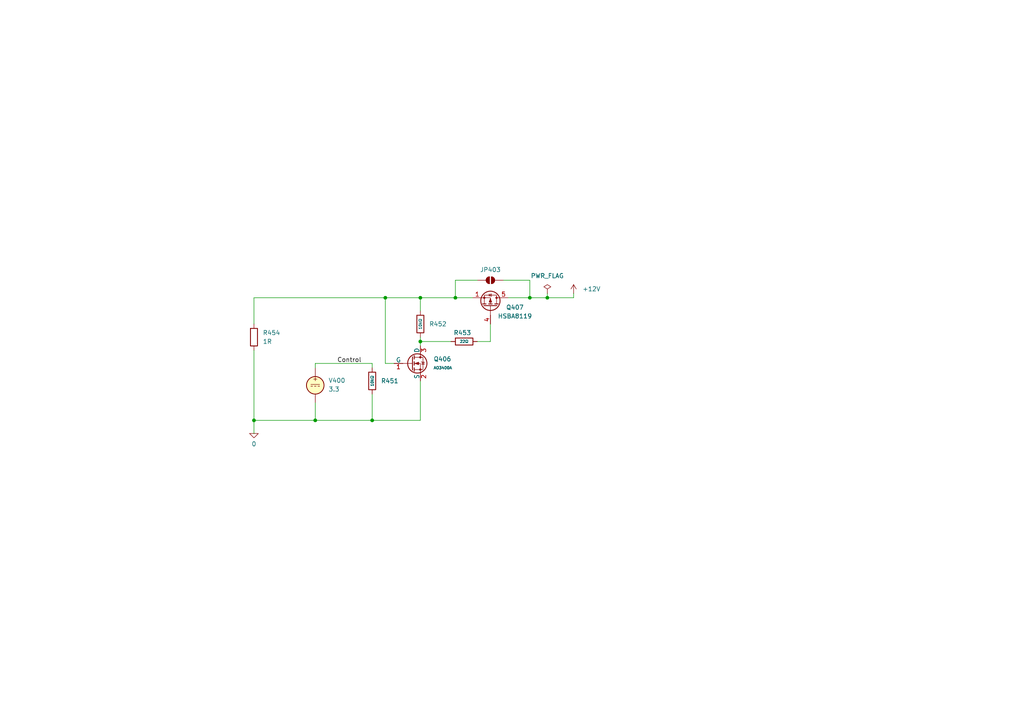
<source format=kicad_sch>
(kicad_sch (version 20250114) (generator "eeschema") (generator_version "9.0")
  (paper "A4")
  (lib_symbols
    (symbol "0402,10kΩ_1" (pin_numbers (hide yes)) (pin_names (offset 0))
      (property "Reference" "R" (at 1.778 0 0))
      (property "Value" "10kΩ" (at 0 0 90))
      (symbol "0402,10kΩ_1_0_1"
        (rectangle (start -1.016 2.54) (end 1.016 -2.54) (stroke (width 0.254)))
      )
      (symbol "0402,10kΩ_1_1_1"
        (pin passive line (at 0 3.81 270) (length 1.27) (name "~") (number "1"))
        (pin passive line (at 0 -3.81 90) (length 1.27) (name "~") (number "2"))
      )
    )
    (symbol "Device:R" (pin_numbers (hide yes)) (pin_names (offset 0))
      (property "Reference" "R" (at 2.032 0 90))
      (property "Value" "R" (at 0 0 90))
      (symbol "R_0_1"
        (rectangle (start -1.016 -2.54) (end 1.016 2.54) (stroke (width 0.254)))
      )
      (symbol "R_1_1"
        (pin passive line (at 0 3.81 270) (length 1.27) (name "~") (number "1"))
        (pin passive line (at 0 -3.81 90) (length 1.27) (name "~") (number "2"))
      )
    )
    (symbol "Jumper:SolderJumper_2_Open" (pin_numbers (hide yes)) (pin_names (offset 0) (hide yes)) (in_bom no)
      (property "Reference" "JP" (at 0 2.032 0))
      (property "Value" "SolderJumper_2_Open" (at 0 -2.54 0))
      (symbol "SolderJumper_2_Open_0_1"
        (polyline (pts (xy -0.254 1.016) (xy -0.254 -1.016)))
        (arc (start -0.254 -1.016) (mid -1.2656 0) (end -0.254 1.016))
        (arc (start -0.254 -1.016) (mid -1.2656 0) (end -0.254 1.016) (fill (type outline)))
        (arc (start 0.254 1.016) (mid 1.2656 0) (end 0.254 -1.016))
        (arc (start 0.254 1.016) (mid 1.2656 0) (end 0.254 -1.016) (fill (type outline)))
        (polyline (pts (xy 0.254 1.016) (xy 0.254 -1.016)))
      )
      (symbol "SolderJumper_2_Open_1_1"
        (pin passive line (at -3.81 0 0) (length 2.54) (name "A") (number "1"))
        (pin passive line (at 3.81 0 180) (length 2.54) (name "B") (number "2"))
      )
    )
    (symbol "MCAC80P06YHE3:MCAC80P06YHE3"
      (property "Reference" "Q" (at 0 5.08 0))
      (property "Value" "HSBA8119" (at 0 3.048 0))
      (symbol "MCAC80P06YHE3_0_1"
        (polyline (pts (xy -2.54 0) (xy -1.778 0)))
        (polyline (pts (xy -2.286 -1.778) (xy -1.27 -1.778)) (stroke (width 0.254)))
        (polyline (pts (xy -1.905 -2.286) (xy 1.905 -2.286)) (stroke (width 0.254)))
        (circle (center -1.778 0) (radius 0.254) (fill (type outline)))
        (polyline (pts (xy -1.778 -1.778) (xy -1.778 0.762) (xy 1.778 0.762) (xy 1.778 -1.778)))
        (polyline (pts (xy -0.508 -1.778) (xy 0.508 -1.778)) (stroke (width 0.254)))
        (polyline (pts (xy 0 -0.254) (xy -0.381 -1.27) (xy 0.381 -1.27) (xy 0 -0.254)) (fill (type outline)))
        (circle (center 0 -0.889) (radius 2.794) (stroke (width 0.254)))
        (polyline (pts (xy 0 -2.286) (xy 0 -5.08)))
        (polyline (pts (xy 0.381 0.762) (xy -0.254 0.381) (xy -0.254 1.143) (xy 0.381 0.762)))
        (polyline (pts (xy 0.381 0.381) (xy 0.381 1.143)))
        (polyline (pts (xy 1.27 -1.778) (xy 2.286 -1.778)) (stroke (width 0.254)))
        (circle (center 1.778 0) (radius 0.254) (fill (type outline)))
        (polyline (pts (xy 2.54 0) (xy 0 0) (xy 0 -1.778)))
      )
      (symbol "MCAC80P06YHE3_1_0"
        (pin passive line (at -5.08 0 0) (length 2.54) (name "") (number "5"))
        (pin passive line (at -5.08 0 0) (length 2.54) (hide yes) (name "") (number "6"))
        (pin passive line (at -5.08 0 0) (length 2.54) (hide yes) (name "") (number "7"))
        (pin passive line (at -5.08 0 0) (length 2.54) (hide yes) (name "") (number "8"))
        (pin passive line (at -5.08 0 0) (length 2.54) (hide yes) (name "") (number "9"))
        (pin input line (at 0 -7.62 90) (length 2.54) (name "") (number "4"))
      )
      (symbol "MCAC80P06YHE3_1_1"
        (pin passive line (at 5.08 0 180) (length 2.54) (name "") (number "1"))
        (pin passive line (at 5.08 0 180) (length 2.54) (hide yes) (name "") (number "2"))
        (pin passive line (at 5.08 0 180) (length 2.54) (hide yes) (name "") (number "3"))
      )
    )
    (symbol "PCM_JLCPCB-Resistors:0402,22Ω" (pin_numbers (hide yes)) (pin_names (offset 0))
      (property "Reference" "R" (at 1.778 0 0))
      (property "Value" "22Ω" (at 0 0 90))
      (symbol "0402,22Ω_0_1"
        (rectangle (start -1.016 2.54) (end 1.016 -2.54) (stroke (width 0.254)))
      )
      (symbol "0402,22Ω_1_1"
        (pin passive line (at 0 3.81 270) (length 1.27) (name "~") (number "1"))
        (pin passive line (at 0 -3.81 90) (length 1.27) (name "~") (number "2"))
      )
    )
    (symbol "PCM_JLCPCB-Transistors:NMOS,AO3400A" (pin_names (offset 0))
      (property "Reference" "Q" (at 4.8514 0.834 0))
      (property "Value" "AO3400A" (at 4.8514 -1.2122 0))
      (symbol "NMOS,AO3400A_0_1"
        (polyline (pts (xy 0.254 1.905) (xy 0.254 -1.905)) (stroke (width 0.254)))
        (polyline (pts (xy 0.254 0) (xy -2.54 0)))
        (polyline (pts (xy 0.762 2.286) (xy 0.762 1.27)) (stroke (width 0.254)))
        (polyline (pts (xy 0.762 0.508) (xy 0.762 -0.508)) (stroke (width 0.254)))
        (polyline (pts (xy 0.762 -1.27) (xy 0.762 -2.286)) (stroke (width 0.254)))
        (polyline (pts (xy 0.762 -1.778) (xy 3.302 -1.778) (xy 3.302 1.778) (xy 0.762 1.778)))
        (polyline (pts (xy 1.016 0) (xy 2.032 0.381) (xy 2.032 -0.381) (xy 1.016 0)) (fill (type outline)))
        (circle (center 1.651 0) (radius 2.794) (stroke (width 0.254)))
        (polyline (pts (xy 2.54 2.54) (xy 2.54 1.778)))
        (circle (center 2.54 1.778) (radius 0.254) (fill (type outline)))
        (circle (center 2.54 -1.778) (radius 0.254) (fill (type outline)))
        (polyline (pts (xy 2.54 -2.54) (xy 2.54 0) (xy 0.762 0)))
        (polyline (pts (xy 2.794 0.508) (xy 2.921 0.381) (xy 3.683 0.381) (xy 3.81 0.254)))
        (polyline (pts (xy 3.302 0.381) (xy 2.921 -0.254) (xy 3.683 -0.254) (xy 3.302 0.381)))
      )
      (symbol "NMOS,AO3400A_1_1"
        (pin input line (at -5.08 0 0) (length 2.54) (name "G") (number "1"))
        (pin passive line (at 2.54 5.08 270) (length 2.54) (name "D") (number "3"))
        (pin passive line (at 2.54 -5.08 90) (length 2.54) (name "S") (number "2"))
      )
    )
    (symbol "Simulation_SPICE:0" (power) (pin_numbers (hide yes)) (pin_names (offset 0) (hide yes))
      (property "Value" "0" (at 0 -2.54 0))
      (symbol "0_0_1"
        (polyline (pts (xy -1.27 0) (xy 0 -1.27) (xy 1.27 0) (xy -1.27 0)))
      )
      (symbol "0_1_1"
        (pin power_in line (at 0 0 0) (length 0) (name "~") (number "1"))
      )
    )
    (symbol "Simulation_SPICE:VDC" (pin_numbers (hide yes)) (pin_names (offset 0.0254))
      (property "Reference" "V" (at 2.54 2.54 0))
      (property "Value" "1" (at 2.54 0 0))
      (symbol "VDC_0_0"
        (polyline (pts (xy -1.27 0.254) (xy 1.27 0.254)))
        (polyline (pts (xy -0.762 -0.254) (xy -1.27 -0.254)))
        (polyline (pts (xy 0.254 -0.254) (xy -0.254 -0.254)))
        (polyline (pts (xy 1.27 -0.254) (xy 0.762 -0.254)))
        (text "+" (at 0 1.905 0) (effects (font (size 1.27 1.27))))
      )
      (symbol "VDC_0_1"
        (circle (center 0 0) (radius 2.54) (stroke (width 0.254)) (fill (type background)))
      )
      (symbol "VDC_1_1"
        (pin passive line (at 0 5.08 270) (length 2.54) (name "~") (number "1"))
        (pin passive line (at 0 -5.08 90) (length 2.54) (name "~") (number "2"))
      )
    )
    (symbol "power:+5V" (power) (pin_numbers (hide yes)) (pin_names (offset 0) (hide yes))
      (property "Value" "+5V" (at 0 3.556 0))
      (symbol "+5V_0_1"
        (polyline (pts (xy -0.762 1.27) (xy 0 2.54)))
        (polyline (pts (xy 0 2.54) (xy 0.762 1.27)))
        (polyline (pts (xy 0 0) (xy 0 2.54)))
      )
      (symbol "+5V_1_1"
        (pin power_in line (at 0 0 90) (length 0) (name "~") (number "1"))
      )
    )
    (symbol "power:PWR_FLAG" (power) (pin_numbers (hide yes)) (pin_names (offset 0) (hide yes))
      (property "Value" "PWR_FLAG" (at 0 3.81 0))
      (symbol "PWR_FLAG_0_0"
        (pin power_out line (at 0 0 90) (length 0) (name "~") (number "1"))
      )
      (symbol "PWR_FLAG_0_1"
        (polyline (pts (xy 0 0) (xy 0 1.27) (xy -1.016 1.905) (xy 0 2.54) (xy 1.016 1.905) (xy 0 1.27)))
      )
    )
  )
  (junction (at 73.66 121.92))
  (junction (at 107.95 121.92))
  (junction (at 121.92 99.06))
  (junction (at 111.76 86.36))
  (junction (at 153.67 86.36))
  (junction (at 121.92 86.36))
  (junction (at 91.44 121.92))
  (junction (at 132.08 86.36))
  (junction (at 158.75 86.36))
  (wire (pts (xy 107.95 114.3) (xy 107.95 121.92)))
  (wire (pts (xy 138.43 99.06) (xy 142.24 99.06)))
  (wire (pts (xy 121.92 110.49) (xy 121.92 121.92)))
  (wire (pts (xy 111.76 86.36) (xy 121.92 86.36)))
  (wire (pts (xy 147.32 86.36) (xy 153.67 86.36)))
  (wire (pts (xy 73.66 121.92) (xy 73.66 125.73)))
  (wire (pts (xy 158.75 86.36) (xy 166.37 86.36)))
  (wire (pts (xy 153.67 86.36) (xy 158.75 86.36)))
  (wire (pts (xy 121.92 97.79) (xy 121.92 99.06)))
  (wire (pts (xy 121.92 86.36) (xy 132.08 86.36)))
  (wire (pts (xy 73.66 93.98) (xy 73.66 86.36)))
  (wire (pts (xy 91.44 116.84) (xy 91.44 121.92)))
  (wire (pts (xy 121.92 99.06) (xy 121.92 100.33)))
  (wire (pts (xy 132.08 81.28) (xy 138.43 81.28)))
  (wire (pts (xy 107.95 105.41) (xy 107.95 106.68)))
  (wire (pts (xy 73.66 121.92) (xy 91.44 121.92)))
  (wire (pts (xy 121.92 86.36) (xy 121.92 90.17)))
  (wire (pts (xy 73.66 86.36) (xy 111.76 86.36)))
  (wire (pts (xy 132.08 86.36) (xy 132.08 81.28)))
  (wire (pts (xy 132.08 86.36) (xy 137.16 86.36)))
  (wire (pts (xy 121.92 99.06) (xy 130.81 99.06)))
  (wire (pts (xy 111.76 105.41) (xy 111.76 86.36)))
  (wire (pts (xy 91.44 121.92) (xy 107.95 121.92)))
  (wire (pts (xy 142.24 93.98) (xy 142.24 99.06)))
  (wire (pts (xy 114.3 105.41) (xy 111.76 105.41)))
  (wire (pts (xy 146.05 81.28) (xy 153.67 81.28)))
  (wire (pts (xy 153.67 81.28) (xy 153.67 86.36)))
  (wire (pts (xy 107.95 121.92) (xy 121.92 121.92)))
  (wire (pts (xy 158.75 85.09) (xy 158.75 86.36)))
  (wire (pts (xy 166.37 85.09) (xy 166.37 86.36)))
  (wire (pts (xy 73.66 101.6) (xy 73.66 121.92)))
  (wire (pts (xy 91.44 105.41) (xy 107.95 105.41)))
  (wire (pts (xy 91.44 106.68) (xy 91.44 105.41)))
  (label "Control" (at 97.79 105.41 0))
  (symbol (lib_id "MCAC80P06YHE3:MCAC80P06YHE3") (at 142.24 86.36 0) (mirror y) (unit 1)
    (property "Reference" "Q407" (at 149.352 89.154 0))
    (property "Value" "HSBA8119" (at 149.352 91.694 0))
    (property "Footprint" "DFN5060-8L:DFN5060-8L" (effects (hide yes)))
    (property "Datasheet" "https://www.lcsc.com/product-detail/C22359243.html" (effects (hide yes)))
    (property "Description" "80V 70A 145W 15mΩ@10V 2.5V@250uA 1 P-Channel PRPAK5x6-8L MOSFETs ROHS" (effects (hide yes)))
    (property "Manufacturer" "HUASHUO" (effects (hide yes)))
    (property "LCSC" "C22359243" (effects (hide yes)))
  )
  (symbol (lib_id "Simulation_SPICE:VDC") (at 91.44 111.76 0) (unit 1)
    (property "Reference" "V400" (at 95.25 110.3601 0) (effects (justify left)))
    (property "Value" "3.3" (at 95.25 112.9001 0) (effects (justify left)))
    (property "Datasheet" "https://ngspice.sourceforge.io/docs/ngspice-html-manual/manual.xhtml#sec_Independent_Sources_for" (effects (hide yes)))
    (property "Description" "Voltage source, DC" (effects (hide yes)))
    (property "Sim.Pins" "1=+ 2=-" (effects (hide yes)))
    (property "Sim.Type" "DC" (effects (hide yes)))
    (property "Sim.Device" "V" (effects (hide yes)))
  )
  (symbol (lib_name "0402,10kΩ_1") (lib_id "PCM_JLCPCB-Resistors:0402,10kΩ") (at 121.92 93.98 0) (unit 1)
    (property "Reference" "R452" (at 124.46 93.9799 0) (effects (justify left)))
    (property "Value" "10kΩ" (at 121.92 93.98 90) (effects (font (size 0.8 0.8))))
    (property "Footprint" "PCM_JLCPCB:R_0402" (effects (hide yes)))
    (property "Datasheet" "https://www.lcsc.com/datasheet/lcsc_datasheet_2411221126_UNI-ROYAL-Uniroyal-Elec-0402WGF1002TCE_C25744.pdf" (effects (hide yes)))
    (property "Description" "62.5mW Thick Film Resistors 50V ±100ppm/°C ±1% 10kΩ 0402 Chip Resistor - Surface Mount ROHS" (effects (hide yes)))
    (property "LCSC" "C25744" (effects (hide yes)))
    (property "Stock" "6144808" (effects (hide yes)))
    (property "Price" "0.004USD" (effects (hide yes)))
    (property "Process" "SMT" (effects (hide yes)))
    (property "Minimum Qty" "5" (effects (hide yes)))
    (property "Attrition Qty" "10" (effects (hide yes)))
    (property "Class" "Basic Component" (effects (hide yes)))
    (property "Category" "Resistors,Chip Resistor - Surface Mount" (effects (hide yes)))
    (property "Manufacturer" "UNI-ROYAL(Uniroyal Elec)" (effects (hide yes)))
    (property "Part" "0402WGF1002TCE" (effects (hide yes)))
    (property "Resistance" "10kΩ" (effects (hide yes)))
    (property "Power(Watts)" "62.5mW" (effects (hide yes)))
    (property "Type" "Thick Film Resistors" (effects (hide yes)))
    (property "Overload Voltage (Max)" "50V" (effects (hide yes)))
    (property "Operating Temperature Range" "-55°C~+155°C" (effects (hide yes)))
    (property "Tolerance" "±1%" (effects (hide yes)))
    (property "Temperature Coefficient" "±100ppm/°C" (effects (hide yes)))
  )
  (symbol (lib_id "power:PWR_FLAG") (at 158.75 85.09 0) (unit 1)
    (property "Reference" "#FLG0404" (effects (hide yes)))
    (property "Value" "PWR_FLAG" (at 158.75 80.01 0))
    (property "Description" "Special symbol for telling ERC where power comes from" (effects (hide yes)))
  )
  (symbol (lib_id "PCM_JLCPCB-Resistors:0402,22Ω") (at 134.62 99.06 90) (unit 1)
    (property "Reference" "R453" (at 134.112 96.52 90))
    (property "Value" "22Ω" (at 134.62 99.06 90) (effects (font (size 0.8 0.8))))
    (property "Footprint" "PCM_JLCPCB:R_0402" (effects (hide yes)))
    (property "Datasheet" "https://www.lcsc.com/datasheet/lcsc_datasheet_2205311900_UNI-ROYAL-Uniroyal-Elec-0402WGF220JTCE_C25092.pdf" (effects (hide yes)))
    (property "Description" "62.5mW Thick Film Resistors 50V ±1% ±100ppm/°C 22Ω 0402 Chip Resistor - Surface Mount ROHS" (effects (hide yes)))
    (property "LCSC" "C25092" (effects (hide yes)))
    (property "Stock" "1548152" (effects (hide yes)))
    (property "Price" "0.004USD" (effects (hide yes)))
    (property "Process" "SMT" (effects (hide yes)))
    (property "Minimum Qty" "20" (effects (hide yes)))
    (property "Attrition Qty" "10" (effects (hide yes)))
    (property "Class" "Basic Component" (effects (hide yes)))
    (property "Category" "Resistors,Chip Resistor - Surface Mount" (effects (hide yes)))
    (property "Manufacturer" "UNI-ROYAL(Uniroyal Elec)" (effects (hide yes)))
    (property "Part" "0402WGF220JTCE" (effects (hide yes)))
    (property "Resistance" "22Ω" (effects (hide yes)))
    (property "Power(Watts)" "62.5mW" (effects (hide yes)))
    (property "Type" "Thick Film Resistors" (effects (hide yes)))
    (property "Overload Voltage (Max)" "50V" (effects (hide yes)))
    (property "Operating Temperature Range" "-55°C~+155°C" (effects (hide yes)))
    (property "Tolerance" "±1%" (effects (hide yes)))
    (property "Temperature Coefficient" "±100ppm/°C" (effects (hide yes)))
  )
  (symbol (lib_id "power:+5V") (at 166.37 85.09 0) (unit 1)
    (property "Reference" "#PWR0542" (effects (hide yes)))
    (property "Value" "+12V" (at 168.91 83.8199 0) (effects (justify left)))
    (property "Description" "Power symbol creates a global label with name \"+5V\"" (effects (hide yes)))
  )
  (symbol (lib_id "PCM_JLCPCB-Transistors:NMOS,AO3400A") (at 119.38 105.41 0) (unit 1)
    (property "Reference" "Q406" (at 125.73 104.1399 0) (effects (justify left)))
    (property "Value" "AO3400A" (at 125.73 106.68 0) (effects (font (size 0.8 0.8)) (justify left)))
    (property "Footprint" "PCM_JLCPCB:Q_SOT-23" (effects (hide yes)))
    (property "Datasheet" "https://www.lcsc.com/datasheet/lcsc_datasheet_1811081213_Alpha---Omega-Semicon-AO3400A_C20917.pdf" (effects (hide yes)))
    (property "Description" "30V 5.7A 26.5mΩ@10V,5.7A 1.4W 1.5V@250uA 1 N-Channel SOT-23-3L MOSFETs ROHS" (effects (hide yes)))
    (property "LCSC" "C20917" (effects (hide yes)))
    (property "Stock" "1046002" (effects (hide yes)))
    (property "Price" "0.088USD" (effects (hide yes)))
    (property "Process" "SMT" (effects (hide yes)))
    (property "Minimum Qty" "5" (effects (hide yes)))
    (property "Attrition Qty" "4" (effects (hide yes)))
    (property "Class" "Basic Component" (effects (hide yes)))
    (property "Category" "Transistors,MOSFETs" (effects (hide yes)))
    (property "Manufacturer" "Alpha & Omega Semicon" (effects (hide yes)))
    (property "Part" "AO3400A" (effects (hide yes)))
    (property "Continuous Drain Current (Id)" "5.7A" (effects (hide yes)))
    (property "Input Capacitance (Ciss@Vds)" "630pF@15V" (effects (hide yes)))
    (property "Operating Temperature" "-55°C~+150°C@(Tj)" (effects (hide yes)))
    (property "Type" "1 N-channel" (effects (hide yes)))
    (property "Drain Source Voltage (Vdss)" "30V" (effects (hide yes)))
    (property "Power Dissipation (Pd)" "1.4W" (effects (hide yes)))
    (property "Gate Threshold Voltage (Vgs(th)@Id)" "1.5V@250uA" (effects (hide yes)))
    (property "Drain Source On Resistance (RDS(on)@Vgs,Id)" "26.5mΩ@10V,5.7A" (effects (hide yes)))
    (property "Total Gate Charge (Qg@Vgs)" "7nC@4.5V" (effects (hide yes)))
  )
  (symbol (lib_id "Device:R") (at 73.66 97.79 0) (unit 1)
    (property "Reference" "R454" (at 76.2 96.5199 0) (effects (justify left)))
    (property "Value" "1R" (at 76.2 99.0599 0) (effects (justify left)))
    (property "Description" "Resistor" (effects (hide yes)))
  )
  (symbol (lib_id "Jumper:SolderJumper_2_Open") (at 142.24 81.28 0) (unit 1) (in_bom no)
    (property "Reference" "JP403" (at 142.24 78.232 0))
    (property "Value" "SolderJumper_2_Open" (effects (hide yes)))
    (property "Description" "Solder Jumper, 2-pole, open" (effects (hide yes)))
  )
  (symbol (lib_name "0402,10kΩ_1") (lib_id "PCM_JLCPCB-Resistors:0402,10kΩ") (at 107.95 110.49 0) (unit 1)
    (property "Reference" "R451" (at 110.49 110.4899 0) (effects (justify left)))
    (property "Value" "10kΩ" (at 107.95 110.49 90) (effects (font (size 0.8 0.8))))
    (property "Footprint" "PCM_JLCPCB:R_0402" (effects (hide yes)))
    (property "Datasheet" "https://www.lcsc.com/datasheet/lcsc_datasheet_2411221126_UNI-ROYAL-Uniroyal-Elec-0402WGF1002TCE_C25744.pdf" (effects (hide yes)))
    (property "Description" "62.5mW Thick Film Resistors 50V ±100ppm/°C ±1% 10kΩ 0402 Chip Resistor - Surface Mount ROHS" (effects (hide yes)))
    (property "LCSC" "C25744" (effects (hide yes)))
    (property "Stock" "6144808" (effects (hide yes)))
    (property "Price" "0.004USD" (effects (hide yes)))
    (property "Process" "SMT" (effects (hide yes)))
    (property "Minimum Qty" "5" (effects (hide yes)))
    (property "Attrition Qty" "10" (effects (hide yes)))
    (property "Class" "Basic Component" (effects (hide yes)))
    (property "Category" "Resistors,Chip Resistor - Surface Mount" (effects (hide yes)))
    (property "Manufacturer" "UNI-ROYAL(Uniroyal Elec)" (effects (hide yes)))
    (property "Part" "0402WGF1002TCE" (effects (hide yes)))
    (property "Resistance" "10kΩ" (effects (hide yes)))
    (property "Power(Watts)" "62.5mW" (effects (hide yes)))
    (property "Type" "Thick Film Resistors" (effects (hide yes)))
    (property "Overload Voltage (Max)" "50V" (effects (hide yes)))
    (property "Operating Temperature Range" "-55°C~+155°C" (effects (hide yes)))
    (property "Tolerance" "±1%" (effects (hide yes)))
    (property "Temperature Coefficient" "±100ppm/°C" (effects (hide yes)))
  )
  (symbol (lib_id "Simulation_SPICE:0") (at 73.66 125.73 0) (unit 1)
    (property "Reference" "#GND0400" (effects (hide yes)))
    (property "Value" "0" (at 73.66 128.778 0))
    (property "Datasheet" "https://ngspice.sourceforge.io/docs/ngspice-html-manual/manual.xhtml#subsec_Circuit_elements__device" (effects (hide yes)))
    (property "Description" "0V reference potential for simulation" (effects (hide yes)))
  )
)
</source>
